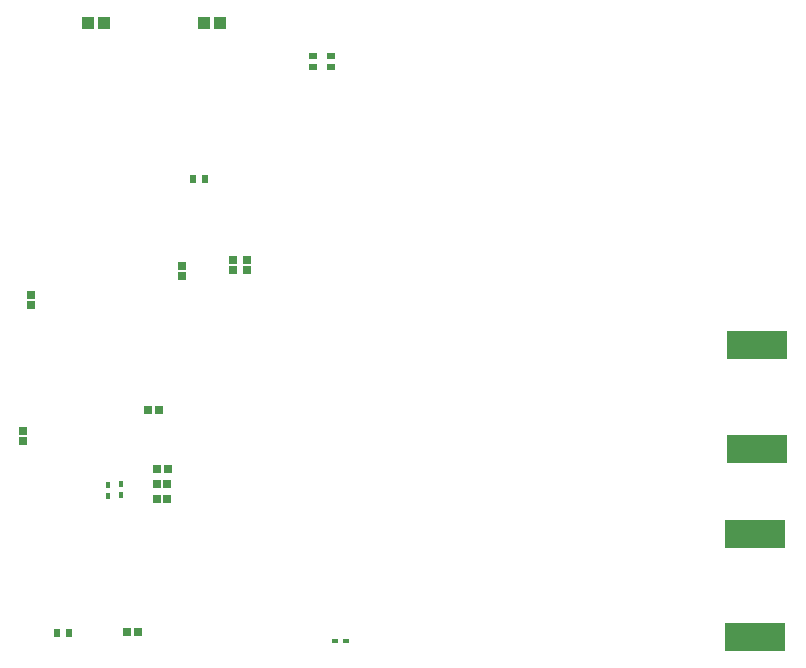
<source format=gbr>
%TF.GenerationSoftware,Altium Limited,Altium Designer,24.10.1 (45)*%
G04 Layer_Color=128*
%FSLAX45Y45*%
%MOMM*%
%TF.SameCoordinates,E1515796-6FB3-4C94-B68D-87BC939BF7D9*%
%TF.FilePolarity,Positive*%
%TF.FileFunction,Paste,Bot*%
%TF.Part,Single*%
G01*
G75*
%TA.AperFunction,SMDPad,CuDef*%
%ADD118R,0.57600X0.67600*%
%ADD121R,0.67600X0.57600*%
%ADD122R,0.71600X0.67600*%
%ADD124R,5.15600X2.49100*%
%ADD131R,0.67600X0.71600*%
%ADD136R,0.97600X1.07600*%
%TA.AperFunction,ConnectorPad*%
%ADD138R,5.15600X2.49100*%
%TA.AperFunction,SMDPad,CuDef*%
%ADD143R,0.47600X0.37600*%
%ADD175R,0.37600X0.47600*%
D118*
X5817500Y4945000D02*
D03*
X5717500D02*
D03*
X4567500Y1100000D02*
D03*
X4667500D02*
D03*
D121*
X6732500Y5990000D02*
D03*
Y5890000D02*
D03*
X6882500Y5890000D02*
D03*
Y5990000D02*
D03*
D122*
X6057500Y4173500D02*
D03*
Y4261500D02*
D03*
X6175000Y4173500D02*
D03*
Y4261500D02*
D03*
X5620000Y4122500D02*
D03*
Y4210500D02*
D03*
X4345000Y3964000D02*
D03*
Y3876000D02*
D03*
X4280000Y2723500D02*
D03*
Y2811500D02*
D03*
D124*
X10475000Y1064200D02*
D03*
Y1940800D02*
D03*
D131*
X5158500Y1112500D02*
D03*
X5246500D02*
D03*
X5413500Y2492500D02*
D03*
X5501500D02*
D03*
X5408500Y2360000D02*
D03*
X5496500D02*
D03*
X5408500Y2235000D02*
D03*
X5496500D02*
D03*
X5424000Y2990000D02*
D03*
X5335999D02*
D03*
D136*
X5810000Y6270001D02*
D03*
X5945000D02*
D03*
X4825000Y6267501D02*
D03*
X4960000D02*
D03*
D138*
X10490000Y2661700D02*
D03*
Y3538300D02*
D03*
D143*
X6920000Y1035000D02*
D03*
X7010000D02*
D03*
D175*
X5110000Y2360000D02*
D03*
Y2270000D02*
D03*
X4992500Y2352500D02*
D03*
Y2262500D02*
D03*
%TF.MD5,cec1aa3b9df868b78879e23226926810*%
M02*

</source>
